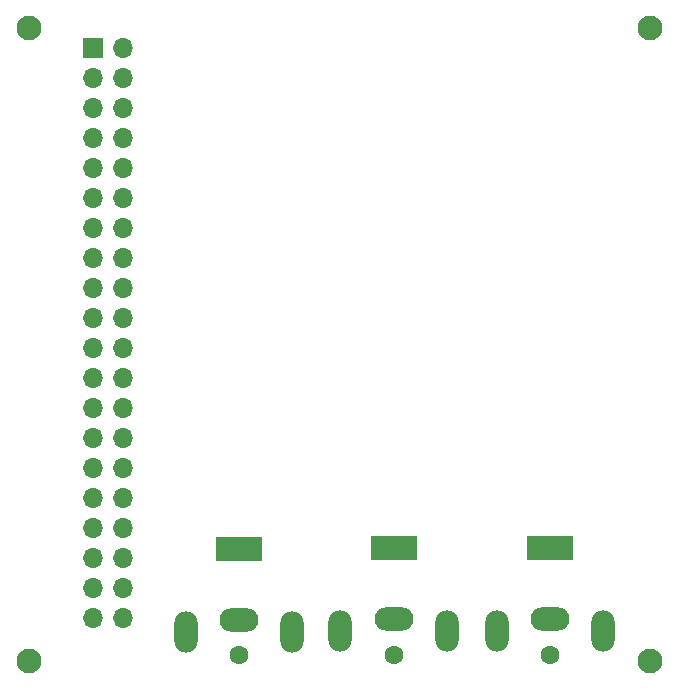
<source format=gbr>
G04 #@! TF.GenerationSoftware,KiCad,Pcbnew,9.0.5*
G04 #@! TF.CreationDate,2025-10-28T18:45:18-07:00*
G04 #@! TF.ProjectId,iris-128b-adapter,69726973-2d31-4323-9862-2d6164617074,rev?*
G04 #@! TF.SameCoordinates,Original*
G04 #@! TF.FileFunction,Soldermask,Bot*
G04 #@! TF.FilePolarity,Negative*
%FSLAX46Y46*%
G04 Gerber Fmt 4.6, Leading zero omitted, Abs format (unit mm)*
G04 Created by KiCad (PCBNEW 9.0.5) date 2025-10-28 18:45:18*
%MOMM*%
%LPD*%
G01*
G04 APERTURE LIST*
%ADD10C,2.100000*%
%ADD11C,1.600000*%
%ADD12R,4.000000X2.000000*%
%ADD13O,3.300000X2.000000*%
%ADD14O,2.000000X3.500000*%
%ADD15R,1.700000X1.700000*%
%ADD16O,1.700000X1.700000*%
G04 APERTURE END LIST*
D10*
X161100000Y-73925000D03*
D11*
X152650000Y-126950000D03*
D12*
X152650000Y-117950000D03*
D13*
X152650000Y-123950000D03*
D14*
X148150000Y-124950000D03*
X157150000Y-124950000D03*
D11*
X139400000Y-126950000D03*
D12*
X139400000Y-117950000D03*
D13*
X139400000Y-123950000D03*
D14*
X134900000Y-124950000D03*
X143900000Y-124950000D03*
D15*
X113950000Y-75605000D03*
D16*
X116490000Y-75605000D03*
X113950000Y-78145000D03*
X116490000Y-78145000D03*
X113950000Y-80685000D03*
X116490000Y-80685000D03*
X113950000Y-83225000D03*
X116490000Y-83225000D03*
X113950000Y-85765000D03*
X116490000Y-85765000D03*
X113950000Y-88305000D03*
X116490000Y-88305000D03*
X113950000Y-90845000D03*
X116490000Y-90845000D03*
X113950000Y-93385000D03*
X116490000Y-93385000D03*
X113950000Y-95925000D03*
X116490000Y-95925000D03*
X113950000Y-98465000D03*
X116490000Y-98465000D03*
X113950000Y-101005000D03*
X116490000Y-101005000D03*
X113950000Y-103545000D03*
X116490000Y-103545000D03*
X113950000Y-106085000D03*
X116490000Y-106085000D03*
X113950000Y-108625000D03*
X116490000Y-108625000D03*
X113950000Y-111165000D03*
X116490000Y-111165000D03*
X113950000Y-113705000D03*
X116490000Y-113705000D03*
X113950000Y-116245000D03*
X116490000Y-116245000D03*
X113950000Y-118785000D03*
X116490000Y-118785000D03*
X113950000Y-121325000D03*
X116490000Y-121325000D03*
X113950000Y-123865000D03*
X116490000Y-123865000D03*
D10*
X108500000Y-73925000D03*
X161100000Y-127500000D03*
X108500000Y-127500000D03*
D11*
X126300000Y-127000000D03*
D12*
X126300000Y-118000000D03*
D13*
X126300000Y-124000000D03*
D14*
X121800000Y-125000000D03*
X130800000Y-125000000D03*
M02*

</source>
